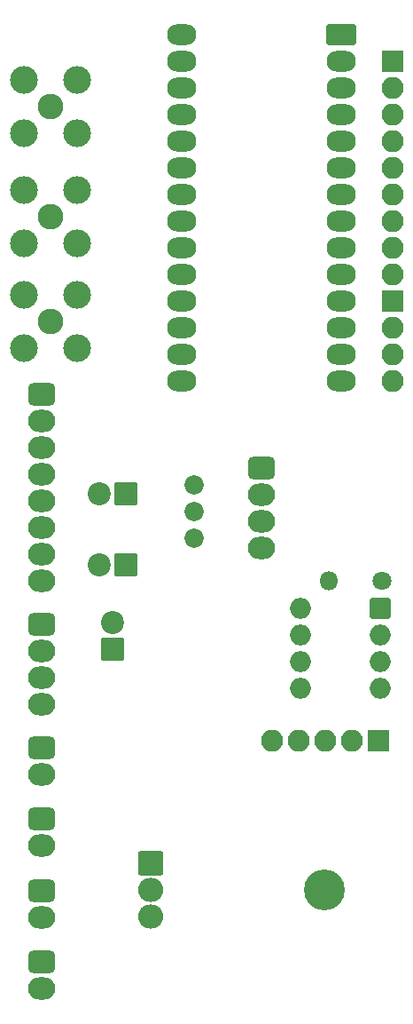
<source format=gbr>
%TF.GenerationSoftware,KiCad,Pcbnew,7.0.6-0*%
%TF.CreationDate,2023-12-30T17:34:11-06:00*%
%TF.ProjectId,fpga_adaptor,66706761-5f61-4646-9170-746f722e6b69,rev?*%
%TF.SameCoordinates,Original*%
%TF.FileFunction,Soldermask,Bot*%
%TF.FilePolarity,Negative*%
%FSLAX46Y46*%
G04 Gerber Fmt 4.6, Leading zero omitted, Abs format (unit mm)*
G04 Created by KiCad (PCBNEW 7.0.6-0) date 2023-12-30 17:34:11*
%MOMM*%
%LPD*%
G01*
G04 APERTURE LIST*
G04 Aperture macros list*
%AMRoundRect*
0 Rectangle with rounded corners*
0 $1 Rounding radius*
0 $2 $3 $4 $5 $6 $7 $8 $9 X,Y pos of 4 corners*
0 Add a 4 corners polygon primitive as box body*
4,1,4,$2,$3,$4,$5,$6,$7,$8,$9,$2,$3,0*
0 Add four circle primitives for the rounded corners*
1,1,$1+$1,$2,$3*
1,1,$1+$1,$4,$5*
1,1,$1+$1,$6,$7*
1,1,$1+$1,$8,$9*
0 Add four rect primitives between the rounded corners*
20,1,$1+$1,$2,$3,$4,$5,0*
20,1,$1+$1,$4,$5,$6,$7,0*
20,1,$1+$1,$6,$7,$8,$9,0*
20,1,$1+$1,$8,$9,$2,$3,0*%
G04 Aperture macros list end*
%ADD10O,3.900000X3.900000*%
%ADD11RoundRect,0.200000X-1.000000X0.952500X-1.000000X-0.952500X1.000000X-0.952500X1.000000X0.952500X0*%
%ADD12O,2.400000X2.305000*%
%ADD13RoundRect,0.200000X0.900000X0.900000X-0.900000X0.900000X-0.900000X-0.900000X0.900000X-0.900000X0*%
%ADD14C,2.200000*%
%ADD15C,2.450000*%
%ADD16C,2.650000*%
%ADD17RoundRect,0.450000X-0.845000X0.620000X-0.845000X-0.620000X0.845000X-0.620000X0.845000X0.620000X0*%
%ADD18O,2.590000X2.140000*%
%ADD19RoundRect,0.200000X0.850000X-0.850000X0.850000X0.850000X-0.850000X0.850000X-0.850000X-0.850000X0*%
%ADD20O,2.100000X2.100000*%
%ADD21RoundRect,0.200000X0.800000X0.800000X-0.800000X0.800000X-0.800000X-0.800000X0.800000X-0.800000X0*%
%ADD22O,2.000000X2.000000*%
%ADD23RoundRect,0.200000X0.850000X0.850000X-0.850000X0.850000X-0.850000X-0.850000X0.850000X-0.850000X0*%
%ADD24RoundRect,0.200000X1.200000X0.800000X-1.200000X0.800000X-1.200000X-0.800000X1.200000X-0.800000X0*%
%ADD25O,2.800000X2.000000*%
%ADD26RoundRect,0.200000X0.900000X-0.900000X0.900000X0.900000X-0.900000X0.900000X-0.900000X-0.900000X0*%
%ADD27C,1.800000*%
%ADD28O,1.800000X1.800000*%
%ADD29C,1.840000*%
G04 APERTURE END LIST*
D10*
%TO.C,U2*%
X67250000Y-129750000D03*
D11*
X50590000Y-127210000D03*
D12*
X50590000Y-129750000D03*
X50590000Y-132290000D03*
%TD*%
D13*
%TO.C,D3*%
X48290000Y-92000000D03*
D14*
X45750000Y-92000000D03*
%TD*%
D15*
%TO.C,J8*%
X41040000Y-75540000D03*
D16*
X43580000Y-78080000D03*
X43580000Y-73000000D03*
X38500000Y-78080000D03*
X38500000Y-73000000D03*
%TD*%
D17*
%TO.C,J4*%
X40250000Y-136600000D03*
D18*
X40250000Y-139140000D03*
%TD*%
D19*
%TO.C,J11*%
X72410000Y-115500000D03*
D20*
X69870000Y-115500000D03*
X67330000Y-115500000D03*
X64790000Y-115500000D03*
X62250000Y-115500000D03*
%TD*%
D17*
%TO.C,J10*%
X61250000Y-89500000D03*
D18*
X61250000Y-92040000D03*
X61250000Y-94580000D03*
X61250000Y-97120000D03*
%TD*%
D17*
%TO.C,J1*%
X40250000Y-116230000D03*
D18*
X40250000Y-118770000D03*
%TD*%
D21*
%TO.C,U9*%
X72550000Y-102950000D03*
D22*
X72550000Y-105490000D03*
X72550000Y-108030000D03*
X72550000Y-110570000D03*
X64930000Y-110570000D03*
X64930000Y-108030000D03*
X64930000Y-105490000D03*
X64930000Y-102950000D03*
%TD*%
D17*
%TO.C,J9*%
X40250000Y-82500000D03*
D18*
X40250000Y-85040000D03*
X40250000Y-87580000D03*
X40250000Y-90120000D03*
X40250000Y-92660000D03*
X40250000Y-95200000D03*
X40250000Y-97740000D03*
X40250000Y-100280000D03*
%TD*%
D23*
%TO.C,J13*%
X73700000Y-73650000D03*
D20*
X73700000Y-76190000D03*
X73700000Y-78730000D03*
X73700000Y-81270000D03*
%TD*%
D15*
%TO.C,J5*%
X41040000Y-55040000D03*
D16*
X38500000Y-52500000D03*
X38500000Y-57580000D03*
X43580000Y-52500000D03*
X43580000Y-57580000D03*
%TD*%
D13*
%TO.C,D2*%
X48290000Y-98750000D03*
D14*
X45750000Y-98750000D03*
%TD*%
D24*
%TO.C,U1*%
X68850000Y-48250000D03*
D25*
X68850000Y-50790000D03*
X68850000Y-53330000D03*
X68850000Y-55870000D03*
X68850000Y-58410000D03*
X68850000Y-60950000D03*
X68850000Y-63490000D03*
X68850000Y-66030000D03*
X68850000Y-68570000D03*
X68850000Y-71110000D03*
X68850000Y-73650000D03*
X68850000Y-76190000D03*
X68850000Y-78730000D03*
X68850000Y-81270000D03*
X53610000Y-81270000D03*
X53610000Y-78730000D03*
X53610000Y-76190000D03*
X53610000Y-73650000D03*
X53610000Y-71110000D03*
X53610000Y-68570000D03*
X53610000Y-66030000D03*
X53610000Y-63490000D03*
X53610000Y-60950000D03*
X53610000Y-58410000D03*
X53610000Y-55870000D03*
X53610000Y-53330000D03*
X53610000Y-50790000D03*
X53610000Y-48250000D03*
%TD*%
D17*
%TO.C,J3*%
X40250000Y-123000000D03*
D18*
X40250000Y-125540000D03*
%TD*%
D17*
%TO.C,J2*%
X40250000Y-129830000D03*
D18*
X40250000Y-132370000D03*
%TD*%
D26*
%TO.C,D4*%
X46950000Y-106800000D03*
D14*
X46950000Y-104260000D03*
%TD*%
D27*
%TO.C,R9*%
X72750000Y-100250000D03*
D28*
X67670000Y-100250000D03*
%TD*%
D15*
%TO.C,J6*%
X41040000Y-65540000D03*
D16*
X43580000Y-68080000D03*
X43580000Y-63000000D03*
X38500000Y-68080000D03*
X38500000Y-63000000D03*
%TD*%
D23*
%TO.C,J12*%
X73700000Y-50780000D03*
D20*
X73700000Y-53320000D03*
X73700000Y-55860000D03*
X73700000Y-58400000D03*
X73700000Y-60940000D03*
X73700000Y-63480000D03*
X73700000Y-66020000D03*
X73700000Y-68560000D03*
X73700000Y-71100000D03*
%TD*%
D29*
%TO.C,RV1*%
X54750000Y-91170000D03*
X54750000Y-93710000D03*
X54750000Y-96250000D03*
%TD*%
D17*
%TO.C,J7*%
X40250000Y-104460000D03*
D18*
X40250000Y-107000000D03*
X40250000Y-109540000D03*
X40250000Y-112080000D03*
%TD*%
M02*

</source>
